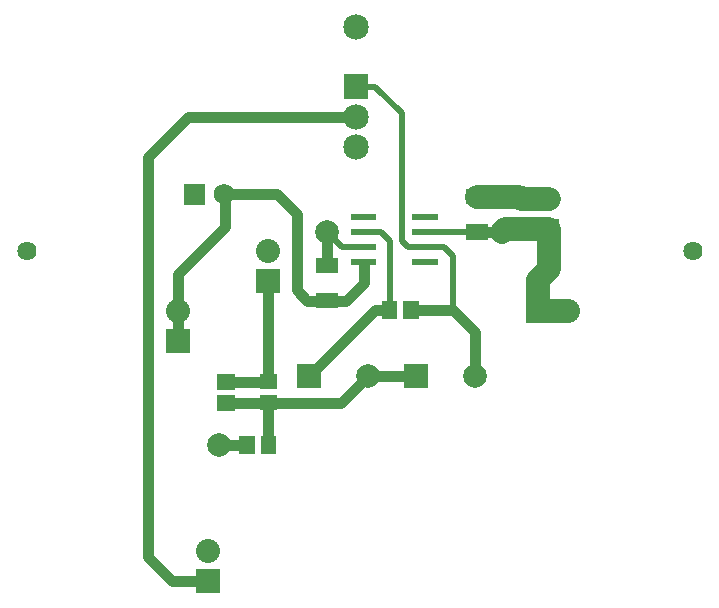
<source format=gtl>
G04 start of page 2 for group 3 layer_idx 0 *
G04 Title: (unknown), top_copper *
G04 Creator: pcb-rnd 2.3.2 *
G04 CreationDate: 2021-05-12 18:23:49 UTC *
G04 For:  *
G04 Format: Gerber/RS-274X *
G04 PCB-Dimensions: 500000 500000 *
G04 PCB-Coordinate-Origin: lower left *
%MOIN*%
%FSLAX25Y25*%
%LNTOP_COPPER_NONE_3*%
%ADD23C,0.0430*%
%ADD22C,0.0276*%
%ADD21C,0.0295*%
%ADD20C,0.0394*%
%ADD19C,0.0315*%
%ADD18C,0.0850*%
%ADD17C,0.0689*%
%ADD16C,0.0787*%
%ADD15C,0.0001*%
%ADD14C,0.0640*%
%ADD13C,0.0800*%
%ADD12C,0.0350*%
%ADD11C,0.0200*%
G54D11*X229500Y294000D02*X233500D01*
X228500D02*X221500D01*
X219500Y296000D01*
Y307500D01*
X229500Y299000D02*X244500D01*
G54D12*X253000D02*X244500D01*
G54D11*X233500Y294000D02*X236500Y291000D01*
G54D13*X268500Y300000D02*Y286500D01*
Y300000D02*X254000D01*
X253000Y299000D01*
G54D11*X236500Y291000D02*Y273000D01*
X243843Y251000D02*Y265657D01*
G54D12*X224157Y251000D02*X208343D01*
X244000Y265500D02*Y251157D01*
X243843Y251000D01*
G54D11*Y265657D02*X236500Y273000D01*
G54D12*X244000Y265500D01*
X236500Y273000D02*X222543D01*
X145500Y272500D02*X145000Y272000D01*
G54D11*X212500Y299000D02*X206500D01*
X204500Y294000D02*X199500D01*
X194500Y299000D01*
G54D12*Y287905D02*Y299000D01*
X207000Y288000D02*Y282000D01*
G54D11*X215457Y273000D02*Y296043D01*
X212500Y299000D01*
X210650Y347350D02*X219500Y338500D01*
Y307500D01*
G54D12*X207000Y282000D02*X201000Y276000D01*
X194595D02*X194500Y276095D01*
X201000Y276000D02*X188000D01*
X175000Y282500D02*Y249043D01*
X160994D01*
X160873Y248921D01*
X184500Y279500D02*X188000Y276000D01*
X210700Y273043D02*X188657Y251000D01*
X160957Y241957D02*X161079Y242079D01*
X199421D02*X208343Y251000D01*
X161079Y242079D02*X199421D01*
X175000D02*Y228000D01*
X167914D02*X158500D01*
X145000Y262500D02*Y285000D01*
X155000Y182500D02*X143000D01*
X135000Y190500D01*
Y324000D01*
X145000Y334000D01*
X148350Y337350D02*X145000Y334000D01*
Y285000D02*X160500Y300500D01*
Y311343D01*
X204251Y337350D02*X148350D01*
G54D11*X204251Y347350D02*X210650D01*
G54D12*X160500Y311343D02*X160343Y311500D01*
X178000D01*
X184500Y305000D01*
Y279500D01*
X215457Y273043D02*X210700D01*
G54D13*X275000Y272500D02*X265000D01*
X268500Y286500D02*X265000Y283000D01*
Y272500D01*
X244500Y310810D02*X258533D01*
X259500Y309843D01*
X268500D02*X259500D01*
G54D14*X94505Y292500D03*
G54D13*X175000D03*
G54D15*G36*
X141000Y258500D02*Y266500D01*
X149000D01*
Y258500D01*
X141000D01*
G37*
G54D13*X145000Y272500D03*
G54D16*X194500Y299000D03*
G54D15*G36*
X171000Y278500D02*Y286500D01*
X179000D01*
Y278500D01*
X171000D01*
G37*
G36*
X190760Y290464D02*Y285346D01*
X198240D01*
Y290464D01*
X190760D01*
G37*
G36*
Y278654D02*Y273536D01*
X198240D01*
Y278654D01*
X190760D01*
G37*
G36*
X172132Y251724D02*Y246606D01*
X178036D01*
Y251724D01*
X172132D01*
G37*
G36*
X158005Y244516D02*Y239398D01*
X163909D01*
Y244516D01*
X158005D01*
G37*
G36*
Y251602D02*Y246484D01*
X163909D01*
Y251602D01*
X158005D01*
G37*
G54D16*X158500Y228000D03*
G54D15*G36*
X172132Y244638D02*Y239520D01*
X178036D01*
Y244638D01*
X172132D01*
G37*
G36*
X170473Y230952D02*X165355D01*
Y225048D01*
X170473D01*
Y230952D01*
G37*
G36*
X177559D02*X172441D01*
Y225048D01*
X177559D01*
Y230952D01*
G37*
G36*
X184720Y254937D02*Y247063D01*
X192594D01*
Y254937D01*
X184720D01*
G37*
G36*
X151000Y178500D02*Y186500D01*
X159000D01*
Y178500D01*
X151000D01*
G37*
G54D13*X155000Y192500D03*
G54D16*X208343Y251000D03*
G54D15*G36*
X231500Y293000D02*X223000D01*
Y295000D01*
X231500D01*
Y293000D01*
G37*
G36*
Y288000D02*X223000D01*
Y290000D01*
X231500D01*
Y288000D01*
G37*
G36*
X218016Y275952D02*X212898D01*
Y270048D01*
X218016D01*
Y275952D01*
G37*
G36*
X225102D02*X219984D01*
Y270048D01*
X225102D01*
Y275952D01*
G37*
G54D14*X316500Y292500D03*
G54D16*X243843Y251000D03*
G54D15*G36*
X261000Y276500D02*X269000D01*
Y268500D01*
X261000D01*
Y276500D01*
G37*
G54D13*X275000Y272500D03*
G54D15*G36*
X220220Y254937D02*Y247063D01*
X228094D01*
Y254937D01*
X220220D01*
G37*
G36*
X202500Y305000D02*X211000D01*
Y303000D01*
X202500D01*
Y305000D01*
G37*
G36*
X147055Y314945D02*X153945D01*
Y308055D01*
X147055D01*
Y314945D01*
G37*
G54D17*X160343Y311500D03*
G54D15*G36*
X231500Y303000D02*X223000D01*
Y305000D01*
X231500D01*
Y303000D01*
G37*
G36*
Y298000D02*X223000D01*
Y300000D01*
X231500D01*
Y298000D01*
G37*
G36*
X265055Y296555D02*Y303445D01*
X271945D01*
Y296555D01*
X265055D01*
G37*
G54D17*X268500Y309843D03*
G54D15*G36*
X240760Y301559D02*Y296441D01*
X248240D01*
Y301559D01*
X240760D01*
G37*
G36*
Y313369D02*Y308251D01*
X248240D01*
Y313369D01*
X240760D01*
G37*
G54D18*X204251Y327350D03*
Y337350D03*
G54D15*G36*
X208401Y343200D02*Y351500D01*
X200101D01*
Y343200D01*
X208401D01*
G37*
G54D18*X204251Y367350D03*
G54D15*G36*
X202500Y300000D02*X211000D01*
Y298000D01*
X202500D01*
Y300000D01*
G37*
G36*
Y295000D02*X211000D01*
Y293000D01*
X202500D01*
Y295000D01*
G37*
G36*
Y290000D02*X211000D01*
Y288000D01*
X202500D01*
Y290000D01*
G37*
G54D19*G54D20*G54D19*G54D20*G54D19*G54D21*G54D20*G54D21*G54D19*G54D21*G54D20*G54D21*G54D22*G54D23*M02*

</source>
